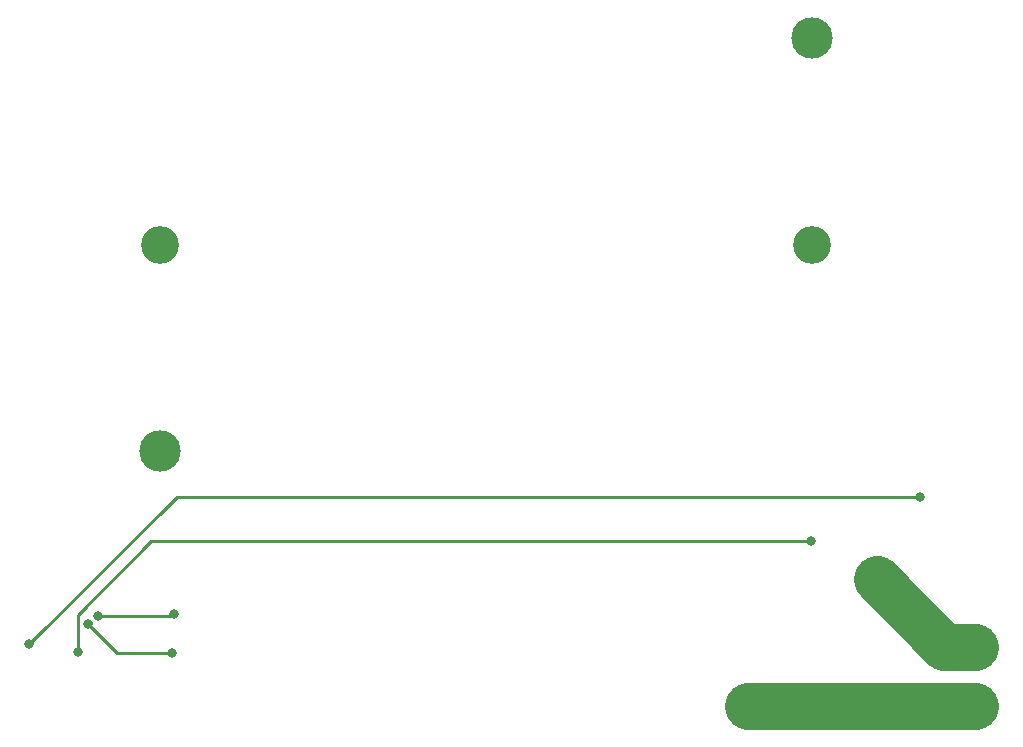
<source format=gbl>
G04 #@! TF.GenerationSoftware,KiCad,Pcbnew,(5.1.10)-1*
G04 #@! TF.CreationDate,2021-12-10T13:20:38-08:00*
G04 #@! TF.ProjectId,BQ298xyz,42513239-3878-4797-9a2e-6b696361645f,rev?*
G04 #@! TF.SameCoordinates,Original*
G04 #@! TF.FileFunction,Copper,L2,Bot*
G04 #@! TF.FilePolarity,Positive*
%FSLAX46Y46*%
G04 Gerber Fmt 4.6, Leading zero omitted, Abs format (unit mm)*
G04 Created by KiCad (PCBNEW (5.1.10)-1) date 2021-12-10 13:20:38*
%MOMM*%
%LPD*%
G01*
G04 APERTURE LIST*
G04 #@! TA.AperFunction,ComponentPad*
%ADD10C,3.000000*%
G04 #@! TD*
G04 #@! TA.AperFunction,WasherPad*
%ADD11C,3.500000*%
G04 #@! TD*
G04 #@! TA.AperFunction,WasherPad*
%ADD12C,3.200000*%
G04 #@! TD*
G04 #@! TA.AperFunction,ViaPad*
%ADD13C,0.800000*%
G04 #@! TD*
G04 #@! TA.AperFunction,ViaPad*
%ADD14C,2.000000*%
G04 #@! TD*
G04 #@! TA.AperFunction,Conductor*
%ADD15C,0.250000*%
G04 #@! TD*
G04 #@! TA.AperFunction,Conductor*
%ADD16C,4.000000*%
G04 #@! TD*
G04 APERTURE END LIST*
D10*
X190900000Y-121000000D03*
X190900000Y-126000000D03*
D11*
X177074999Y-69484999D03*
D12*
X177074999Y-86984999D03*
D11*
X121874999Y-104484999D03*
D12*
X121874999Y-86984999D03*
D13*
X110800000Y-120800000D03*
X186200000Y-108300000D03*
D14*
X184075010Y-126524990D03*
X178300000Y-126300000D03*
X173000000Y-126300000D03*
D13*
X123044036Y-118285826D03*
X116650000Y-118420000D03*
X115799992Y-119100000D03*
X122901491Y-121560525D03*
D14*
X183000000Y-115800000D03*
D13*
X114900000Y-121500000D03*
X177000000Y-112100000D03*
D14*
X185200000Y-117900000D03*
X187300000Y-120500000D03*
D15*
X123300000Y-108300000D02*
X186200000Y-108300000D01*
X110800000Y-120800000D02*
X123300000Y-108300000D01*
D16*
X190900000Y-126000000D02*
X171700000Y-126000000D01*
D15*
X122909862Y-118420000D02*
X123044036Y-118285826D01*
X116650000Y-118420000D02*
X122909862Y-118420000D01*
X115999992Y-118900000D02*
X115799992Y-119100000D01*
X118260517Y-121560525D02*
X122901491Y-121560525D01*
X115799992Y-119100000D02*
X118260517Y-121560525D01*
X114900000Y-121500000D02*
X114900000Y-118300000D01*
X114900000Y-118300000D02*
X121100000Y-112100000D01*
X121100000Y-112100000D02*
X177000000Y-112100000D01*
D16*
X190900000Y-121000000D02*
X188300000Y-121000000D01*
X188300000Y-121000000D02*
X182600000Y-115300000D01*
M02*

</source>
